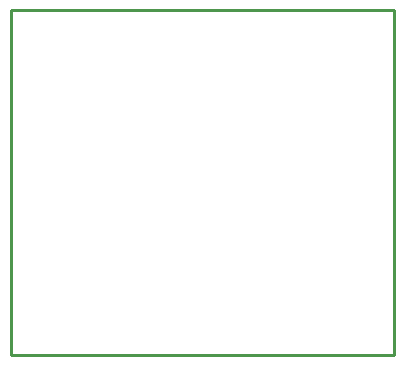
<source format=gbr>
G04 EAGLE Gerber RS-274X export*
G75*
%MOMM*%
%FSLAX34Y34*%
%LPD*%
%IN*%
%IPPOS*%
%AMOC8*
5,1,8,0,0,1.08239X$1,22.5*%
G01*
G04 Define Apertures*
%ADD10C,0.254000*%
D10*
X0Y0D02*
X323850Y0D01*
X323850Y292100D01*
X0Y292000D01*
X0Y0D01*
M02*

</source>
